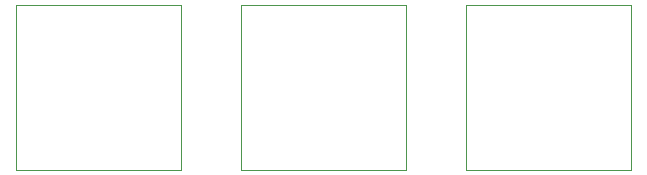
<source format=gbr>
%TF.GenerationSoftware,KiCad,Pcbnew,8.0.3*%
%TF.CreationDate,2024-06-07T22:11:16+12:00*%
%TF.ProjectId,mechanical_switch_breakout,6d656368-616e-4696-9361-6c5f73776974,0.1.0*%
%TF.SameCoordinates,Original*%
%TF.FileFunction,Legend,Top*%
%TF.FilePolarity,Positive*%
%FSLAX46Y46*%
G04 Gerber Fmt 4.6, Leading zero omitted, Abs format (unit mm)*
G04 Created by KiCad (PCBNEW 8.0.3) date 2024-06-07 22:11:16*
%MOMM*%
%LPD*%
G01*
G04 APERTURE LIST*
%ADD10C,0.120000*%
G04 APERTURE END LIST*
D10*
%TO.C,SW2*%
X89565000Y-56555000D02*
X103535000Y-56555000D01*
X89565000Y-70525000D02*
X89565000Y-56555000D01*
X103535000Y-56555000D02*
X103535000Y-70525000D01*
X103535000Y-70525000D02*
X89565000Y-70525000D01*
%TO.C,SW1*%
X70515000Y-56555000D02*
X84485000Y-56555000D01*
X70515000Y-70525000D02*
X70515000Y-56555000D01*
X84485000Y-56555000D02*
X84485000Y-70525000D01*
X84485000Y-70525000D02*
X70515000Y-70525000D01*
%TO.C,SW3*%
X108615000Y-56555000D02*
X122585000Y-56555000D01*
X108615000Y-70525000D02*
X108615000Y-56555000D01*
X122585000Y-56555000D02*
X122585000Y-70525000D01*
X122585000Y-70525000D02*
X108615000Y-70525000D01*
%TD*%
M02*

</source>
